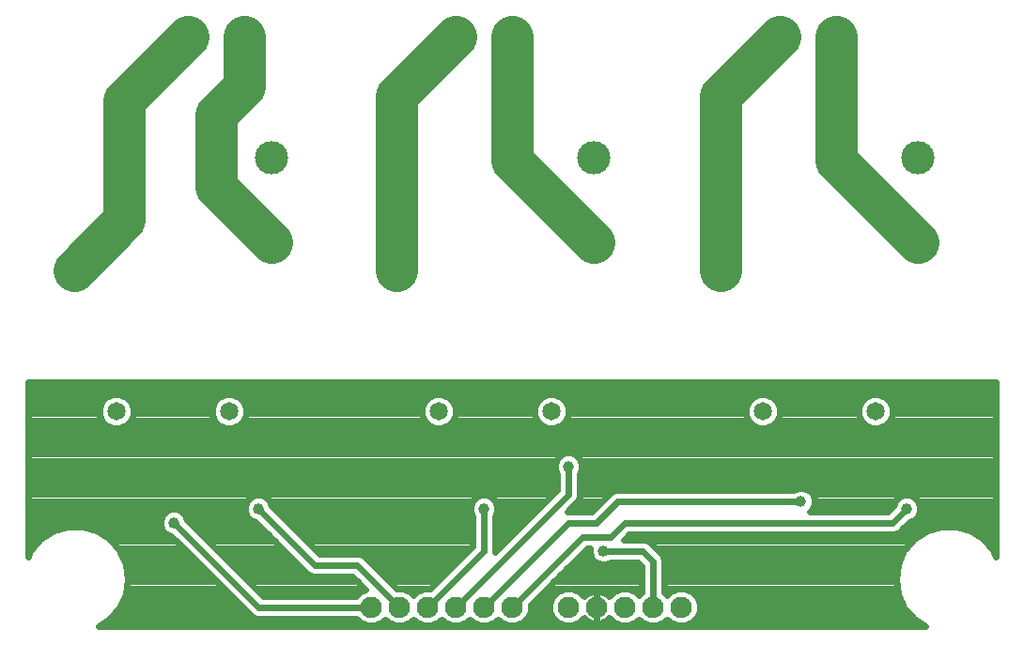
<source format=gbl>
G75*
G70*
%OFA0B0*%
%FSLAX24Y24*%
%IPPOS*%
%LPD*%
%AMOC8*
5,1,8,0,0,1.08239X$1,22.5*
%
%ADD10C,0.1181*%
%ADD11C,0.1210*%
%ADD12C,0.0650*%
%ADD13C,0.1300*%
%ADD14C,0.0760*%
%ADD15C,0.0240*%
%ADD16C,0.0397*%
%ADD17C,0.1500*%
D10*
X009682Y014682D03*
X009682Y017686D03*
X021119Y017686D03*
X021119Y014682D03*
X032619Y014682D03*
X032619Y017686D03*
D11*
X025627Y013682D03*
X014127Y013682D03*
X002690Y013682D03*
D12*
X004186Y008682D03*
X008186Y008682D03*
X015623Y008682D03*
X019623Y008682D03*
X027123Y008682D03*
X031123Y008682D03*
D13*
X029726Y021976D03*
X027726Y021976D03*
X018226Y021976D03*
X016226Y021976D03*
X008726Y021976D03*
X006726Y021976D03*
D14*
X013226Y001726D03*
X014226Y001726D03*
X015226Y001726D03*
X016226Y001726D03*
X017226Y001726D03*
X018226Y001726D03*
X020226Y001726D03*
X021226Y001726D03*
X022226Y001726D03*
X023226Y001726D03*
X024226Y001726D03*
D15*
X003957Y001305D02*
X003553Y001046D01*
X032898Y001046D01*
X032495Y001305D01*
X032495Y001305D01*
X032144Y001709D01*
X032144Y001709D01*
X031922Y002196D01*
X031922Y002196D01*
X031846Y002726D01*
X031846Y002726D01*
X031922Y003255D01*
X031922Y003255D01*
X032144Y003742D01*
X032144Y003742D01*
X032495Y004146D01*
X032495Y004146D01*
X032495Y004146D01*
X032945Y004436D01*
X032945Y004436D01*
X033458Y004586D01*
X033458Y004586D01*
X033993Y004586D01*
X033993Y004586D01*
X034507Y004436D01*
X034507Y004436D01*
X034957Y004146D01*
X034957Y004146D01*
X035307Y003742D01*
X035406Y003526D01*
X035406Y009726D01*
X001046Y009726D01*
X001046Y003526D01*
X001144Y003742D01*
X001144Y003742D01*
X001495Y004146D01*
X001495Y004146D01*
X001495Y004146D01*
X001945Y004436D01*
X001945Y004436D01*
X002458Y004586D01*
X002458Y004586D01*
X002993Y004586D01*
X002993Y004586D01*
X003507Y004436D01*
X003507Y004436D01*
X003957Y004146D01*
X003957Y004146D01*
X004307Y003742D01*
X004307Y003742D01*
X004529Y003255D01*
X004529Y003255D01*
X004606Y002726D01*
X004529Y002196D01*
X004529Y002196D01*
X004307Y001709D01*
X003957Y001305D01*
X003957Y001305D01*
X004075Y001441D02*
X008944Y001441D01*
X008999Y001387D02*
X009146Y001326D01*
X012692Y001326D01*
X012852Y001166D01*
X013094Y001066D01*
X013357Y001066D01*
X013599Y001166D01*
X013726Y001292D01*
X013852Y001166D01*
X014094Y001066D01*
X014357Y001066D01*
X014599Y001166D01*
X014726Y001292D01*
X014852Y001166D01*
X015094Y001066D01*
X015357Y001066D01*
X015599Y001166D01*
X015726Y001292D01*
X015852Y001166D01*
X016094Y001066D01*
X016357Y001066D01*
X016599Y001166D01*
X016726Y001292D01*
X016852Y001166D01*
X017094Y001066D01*
X017357Y001066D01*
X017599Y001166D01*
X017726Y001292D01*
X017852Y001166D01*
X018094Y001066D01*
X018357Y001066D01*
X018599Y001166D01*
X018785Y001352D01*
X018886Y001594D01*
X018886Y001820D01*
X020891Y003826D01*
X020999Y003826D01*
X020997Y003821D01*
X020997Y003630D01*
X021070Y003455D01*
X021205Y003320D01*
X021380Y003247D01*
X021571Y003247D01*
X021747Y003320D01*
X021752Y003326D01*
X022685Y003326D01*
X022826Y003185D01*
X022826Y002259D01*
X022726Y002159D01*
X022599Y002285D01*
X022357Y002386D01*
X022094Y002386D01*
X021852Y002285D01*
X021669Y002102D01*
X021668Y002104D01*
X021604Y002168D01*
X021530Y002222D01*
X021448Y002263D01*
X021361Y002291D01*
X021271Y002306D01*
X021226Y002306D01*
X021226Y001726D01*
X021225Y001726D01*
X021225Y002306D01*
X021180Y002306D01*
X021090Y002291D01*
X021003Y002263D01*
X020922Y002222D01*
X020848Y002168D01*
X020783Y002104D01*
X020782Y002102D01*
X020599Y002285D01*
X020357Y002386D01*
X020094Y002386D01*
X019852Y002285D01*
X019666Y002099D01*
X019566Y001857D01*
X019566Y001594D01*
X019666Y001352D01*
X019852Y001166D01*
X020094Y001066D01*
X020357Y001066D01*
X020599Y001166D01*
X020782Y001349D01*
X020783Y001348D01*
X020848Y001283D01*
X020922Y001230D01*
X021003Y001188D01*
X021090Y001160D01*
X021180Y001146D01*
X021225Y001146D01*
X021225Y001725D01*
X021226Y001725D01*
X021226Y001146D01*
X021271Y001146D01*
X021361Y001160D01*
X021448Y001188D01*
X021530Y001230D01*
X021604Y001283D01*
X021668Y001348D01*
X021669Y001349D01*
X021852Y001166D01*
X022094Y001066D01*
X022357Y001066D01*
X022599Y001166D01*
X022726Y001292D01*
X022852Y001166D01*
X023094Y001066D01*
X023357Y001066D01*
X023599Y001166D01*
X023726Y001292D01*
X023852Y001166D01*
X024094Y001066D01*
X024357Y001066D01*
X024599Y001166D01*
X024785Y001352D01*
X024886Y001594D01*
X024886Y001857D01*
X024785Y002099D01*
X024599Y002285D01*
X024357Y002386D01*
X024094Y002386D01*
X023852Y002285D01*
X023726Y002159D01*
X023626Y002259D01*
X023626Y003430D01*
X023565Y003577D01*
X023452Y003690D01*
X023077Y004065D01*
X022930Y004126D01*
X022771Y004126D01*
X022191Y004126D01*
X022391Y004326D01*
X031646Y004326D01*
X031805Y004326D01*
X031952Y004387D01*
X032313Y004747D01*
X032321Y004747D01*
X032497Y004820D01*
X032631Y004955D01*
X032704Y005130D01*
X032704Y005321D01*
X032631Y005497D01*
X032497Y005631D01*
X032321Y005704D01*
X032130Y005704D01*
X031955Y005631D01*
X031820Y005497D01*
X031747Y005321D01*
X031747Y005313D01*
X031560Y005126D01*
X028802Y005126D01*
X028881Y005205D01*
X028954Y005380D01*
X028954Y005571D01*
X028881Y005747D01*
X028747Y005881D01*
X028571Y005954D01*
X028380Y005954D01*
X028205Y005881D01*
X028199Y005876D01*
X022055Y005876D01*
X021896Y005876D01*
X021749Y005815D01*
X021060Y005126D01*
X020191Y005126D01*
X020565Y005499D01*
X020626Y005646D01*
X020626Y005805D01*
X020626Y006449D01*
X020631Y006455D01*
X020704Y006630D01*
X020704Y006821D01*
X020631Y006997D01*
X020497Y007131D01*
X020321Y007204D01*
X020130Y007204D01*
X019955Y007131D01*
X019820Y006997D01*
X019747Y006821D01*
X019747Y006630D01*
X019820Y006455D01*
X019826Y006449D01*
X019826Y005891D01*
X017626Y003691D01*
X017626Y003805D01*
X017626Y004949D01*
X017631Y004955D01*
X017704Y005130D01*
X017704Y005321D01*
X017631Y005497D01*
X017497Y005631D01*
X017321Y005704D01*
X017130Y005704D01*
X016955Y005631D01*
X016820Y005497D01*
X016747Y005321D01*
X016747Y005130D01*
X016820Y004955D01*
X016826Y004949D01*
X016826Y003891D01*
X015320Y002386D01*
X015094Y002386D01*
X014852Y002285D01*
X014726Y002159D01*
X014599Y002285D01*
X014357Y002386D01*
X014131Y002386D01*
X013065Y003452D01*
X012952Y003565D01*
X012805Y003626D01*
X011391Y003626D01*
X009704Y005313D01*
X009704Y005321D01*
X009631Y005497D01*
X009497Y005631D01*
X009321Y005704D01*
X009130Y005704D01*
X008955Y005631D01*
X008820Y005497D01*
X008747Y005321D01*
X008747Y005130D01*
X008820Y004955D01*
X008955Y004820D01*
X009130Y004747D01*
X009138Y004747D01*
X010999Y002887D01*
X011146Y002826D01*
X011305Y002826D01*
X012560Y002826D01*
X013028Y002358D01*
X012852Y002285D01*
X012692Y002126D01*
X009391Y002126D01*
X006704Y004813D01*
X006704Y004821D01*
X006631Y004997D01*
X006497Y005131D01*
X006321Y005204D01*
X006130Y005204D01*
X005955Y005131D01*
X005820Y004997D01*
X005747Y004821D01*
X005747Y004630D01*
X005820Y004455D01*
X005955Y004320D01*
X006130Y004247D01*
X006138Y004247D01*
X008887Y001499D01*
X008999Y001387D01*
X008706Y001680D02*
X004282Y001680D01*
X004403Y001918D02*
X008467Y001918D01*
X008229Y002157D02*
X004512Y002157D01*
X004558Y002395D02*
X007990Y002395D01*
X007752Y002634D02*
X004592Y002634D01*
X004585Y002873D02*
X007513Y002873D01*
X007275Y003111D02*
X004550Y003111D01*
X004486Y003350D02*
X007036Y003350D01*
X006797Y003588D02*
X004377Y003588D01*
X004234Y003827D02*
X006559Y003827D01*
X006320Y004065D02*
X004027Y004065D01*
X003712Y004304D02*
X005994Y004304D01*
X005784Y004542D02*
X003144Y004542D01*
X002308Y004542D02*
X001046Y004542D01*
X001046Y004304D02*
X001739Y004304D01*
X001424Y004065D02*
X001046Y004065D01*
X001046Y003827D02*
X001218Y003827D01*
X001074Y003588D02*
X001046Y003588D01*
X001046Y004781D02*
X005747Y004781D01*
X005843Y005019D02*
X001046Y005019D01*
X001046Y005258D02*
X008747Y005258D01*
X008793Y005019D02*
X006608Y005019D01*
X006736Y004781D02*
X009049Y004781D01*
X009343Y004542D02*
X006975Y004542D01*
X007213Y004304D02*
X009582Y004304D01*
X009820Y004065D02*
X007452Y004065D01*
X007690Y003827D02*
X010059Y003827D01*
X010297Y003588D02*
X007929Y003588D01*
X008167Y003350D02*
X010536Y003350D01*
X010775Y003111D02*
X008406Y003111D01*
X008644Y002873D02*
X011033Y002873D01*
X011226Y003226D02*
X009226Y005226D01*
X009631Y005497D02*
X016820Y005497D01*
X016747Y005258D02*
X009759Y005258D01*
X009998Y005019D02*
X016793Y005019D01*
X016826Y004781D02*
X010236Y004781D01*
X010475Y004542D02*
X016826Y004542D01*
X016826Y004304D02*
X010713Y004304D01*
X010952Y004065D02*
X016826Y004065D01*
X016761Y003827D02*
X011190Y003827D01*
X011226Y003226D02*
X012726Y003226D01*
X014226Y001726D01*
X014121Y002395D02*
X015330Y002395D01*
X015568Y002634D02*
X013883Y002634D01*
X013644Y002873D02*
X015807Y002873D01*
X016045Y003111D02*
X013406Y003111D01*
X013167Y003350D02*
X016284Y003350D01*
X016523Y003588D02*
X012896Y003588D01*
X012752Y002634D02*
X008883Y002634D01*
X009121Y002395D02*
X012990Y002395D01*
X012724Y002157D02*
X009360Y002157D01*
X009226Y001726D02*
X013226Y001726D01*
X013636Y001203D02*
X013815Y001203D01*
X012815Y001203D02*
X003798Y001203D01*
X006226Y004726D02*
X009226Y001726D01*
X008820Y005497D02*
X001046Y005497D01*
X001046Y005735D02*
X019669Y005735D01*
X019826Y005974D02*
X001046Y005974D01*
X001046Y006212D02*
X019826Y006212D01*
X019824Y006451D02*
X001046Y006451D01*
X001046Y006689D02*
X019747Y006689D01*
X019792Y006928D02*
X001046Y006928D01*
X001046Y007166D02*
X020039Y007166D01*
X020412Y007166D02*
X035406Y007166D01*
X035406Y006928D02*
X020660Y006928D01*
X020704Y006689D02*
X035406Y006689D01*
X035406Y006451D02*
X020627Y006451D01*
X020626Y006212D02*
X035406Y006212D01*
X035406Y005974D02*
X020626Y005974D01*
X020626Y005735D02*
X021669Y005735D01*
X021431Y005497D02*
X020562Y005497D01*
X020324Y005258D02*
X021192Y005258D01*
X021226Y004726D02*
X021976Y005476D01*
X028476Y005476D01*
X028954Y005497D02*
X031820Y005497D01*
X031692Y005258D02*
X028903Y005258D01*
X028886Y005735D02*
X035406Y005735D01*
X035406Y005497D02*
X032631Y005497D01*
X032704Y005258D02*
X035406Y005258D01*
X035406Y005019D02*
X032658Y005019D01*
X032402Y004781D02*
X035406Y004781D01*
X035406Y004542D02*
X034144Y004542D01*
X034712Y004304D02*
X035406Y004304D01*
X035406Y004065D02*
X035027Y004065D01*
X035234Y003827D02*
X035406Y003827D01*
X035307Y003742D02*
X035307Y003742D01*
X035377Y003588D02*
X035406Y003588D01*
X033308Y004542D02*
X032108Y004542D01*
X031726Y004726D02*
X032226Y005226D01*
X031726Y004726D02*
X022226Y004726D01*
X021726Y004226D01*
X020726Y004226D01*
X018226Y001726D01*
X018822Y001441D02*
X019629Y001441D01*
X019566Y001680D02*
X018886Y001680D01*
X018984Y001918D02*
X019591Y001918D01*
X019724Y002157D02*
X019223Y002157D01*
X019461Y002395D02*
X022826Y002395D01*
X022826Y002634D02*
X019700Y002634D01*
X019938Y002873D02*
X022826Y002873D01*
X022826Y003111D02*
X020177Y003111D01*
X020415Y003350D02*
X021175Y003350D01*
X021015Y003588D02*
X020654Y003588D01*
X021476Y003726D02*
X022851Y003726D01*
X023226Y003351D01*
X023226Y001726D01*
X023626Y002395D02*
X031893Y002395D01*
X031859Y002634D02*
X023626Y002634D01*
X023626Y002873D02*
X031867Y002873D01*
X031901Y003111D02*
X023626Y003111D01*
X023626Y003350D02*
X031965Y003350D01*
X032074Y003588D02*
X023554Y003588D01*
X023315Y003827D02*
X032218Y003827D01*
X032424Y004065D02*
X023076Y004065D01*
X022369Y004304D02*
X032739Y004304D01*
X031940Y002157D02*
X024728Y002157D01*
X024860Y001918D02*
X032049Y001918D01*
X032170Y001680D02*
X024886Y001680D01*
X024822Y001441D02*
X032376Y001441D01*
X032653Y001203D02*
X024636Y001203D01*
X023815Y001203D02*
X023636Y001203D01*
X022815Y001203D02*
X022636Y001203D01*
X021815Y001203D02*
X021477Y001203D01*
X021226Y001203D02*
X021225Y001203D01*
X021225Y001441D02*
X021226Y001441D01*
X021225Y001680D02*
X021226Y001680D01*
X021225Y001918D02*
X021226Y001918D01*
X021225Y002157D02*
X021226Y002157D01*
X021615Y002157D02*
X021724Y002157D01*
X020837Y002157D02*
X020728Y002157D01*
X020636Y001203D02*
X020974Y001203D01*
X019815Y001203D02*
X018636Y001203D01*
X017815Y001203D02*
X017636Y001203D01*
X016815Y001203D02*
X016636Y001203D01*
X015815Y001203D02*
X015636Y001203D01*
X014815Y001203D02*
X014636Y001203D01*
X015226Y001726D02*
X017226Y003726D01*
X017226Y005226D01*
X017658Y005019D02*
X018954Y005019D01*
X018715Y004781D02*
X017626Y004781D01*
X017626Y004542D02*
X018477Y004542D01*
X018238Y004304D02*
X017626Y004304D01*
X017626Y004065D02*
X018000Y004065D01*
X017761Y003827D02*
X017626Y003827D01*
X017704Y005258D02*
X019192Y005258D01*
X019431Y005497D02*
X017631Y005497D01*
X020226Y005726D02*
X016226Y001726D01*
X017226Y001726D02*
X020226Y004726D01*
X021226Y004726D01*
X020226Y005726D02*
X020226Y006726D01*
X019744Y008078D02*
X019503Y008078D01*
X019281Y008170D01*
X019111Y008340D01*
X019019Y008562D01*
X019019Y008803D01*
X019111Y009025D01*
X019281Y009195D01*
X019503Y009287D01*
X019744Y009287D01*
X019966Y009195D01*
X020136Y009025D01*
X020228Y008803D01*
X020228Y008562D01*
X020136Y008340D01*
X019966Y008170D01*
X019744Y008078D01*
X019847Y008121D02*
X026899Y008121D01*
X027003Y008078D02*
X026781Y008170D01*
X026611Y008340D01*
X026519Y008562D01*
X026519Y008803D01*
X026611Y009025D01*
X026781Y009195D01*
X027003Y009287D01*
X027244Y009287D01*
X027466Y009195D01*
X027636Y009025D01*
X027728Y008803D01*
X027728Y008562D01*
X027636Y008340D01*
X027466Y008170D01*
X027244Y008078D01*
X027003Y008078D01*
X027347Y008121D02*
X030899Y008121D01*
X031003Y008078D02*
X030781Y008170D01*
X030611Y008340D01*
X030519Y008562D01*
X030519Y008803D01*
X030611Y009025D01*
X030781Y009195D01*
X031003Y009287D01*
X031244Y009287D01*
X031466Y009195D01*
X031636Y009025D01*
X031728Y008803D01*
X031728Y008562D01*
X031636Y008340D01*
X031466Y008170D01*
X031244Y008078D01*
X031003Y008078D01*
X031347Y008121D02*
X035406Y008121D01*
X035406Y008359D02*
X031644Y008359D01*
X031728Y008598D02*
X035406Y008598D01*
X035406Y008836D02*
X031714Y008836D01*
X031586Y009075D02*
X035406Y009075D01*
X035406Y009313D02*
X001046Y009313D01*
X001046Y009075D02*
X003723Y009075D01*
X003673Y009025D02*
X003581Y008803D01*
X003581Y008562D01*
X003673Y008340D01*
X003843Y008170D01*
X004066Y008078D01*
X004306Y008078D01*
X004528Y008170D01*
X004699Y008340D01*
X004791Y008562D01*
X004791Y008803D01*
X004699Y009025D01*
X004528Y009195D01*
X004306Y009287D01*
X004066Y009287D01*
X003843Y009195D01*
X003673Y009025D01*
X003595Y008836D02*
X001046Y008836D01*
X001046Y008598D02*
X003581Y008598D01*
X003665Y008359D02*
X001046Y008359D01*
X001046Y008121D02*
X003962Y008121D01*
X004410Y008121D02*
X007962Y008121D01*
X008066Y008078D02*
X007843Y008170D01*
X007673Y008340D01*
X007581Y008562D01*
X007581Y008803D01*
X007673Y009025D01*
X007843Y009195D01*
X008066Y009287D01*
X008306Y009287D01*
X008528Y009195D01*
X008699Y009025D01*
X008791Y008803D01*
X008791Y008562D01*
X008699Y008340D01*
X008528Y008170D01*
X008306Y008078D01*
X008066Y008078D01*
X008410Y008121D02*
X015399Y008121D01*
X015503Y008078D02*
X015744Y008078D01*
X015966Y008170D01*
X016136Y008340D01*
X016228Y008562D01*
X016228Y008803D01*
X016136Y009025D01*
X015966Y009195D01*
X015744Y009287D01*
X015503Y009287D01*
X015281Y009195D01*
X015111Y009025D01*
X015019Y008803D01*
X015019Y008562D01*
X015111Y008340D01*
X015281Y008170D01*
X015503Y008078D01*
X015847Y008121D02*
X019399Y008121D01*
X019103Y008359D02*
X016144Y008359D01*
X016228Y008598D02*
X019019Y008598D01*
X019032Y008836D02*
X016214Y008836D01*
X016086Y009075D02*
X019160Y009075D01*
X020086Y009075D02*
X026660Y009075D01*
X026532Y008836D02*
X020214Y008836D01*
X020228Y008598D02*
X026519Y008598D01*
X026603Y008359D02*
X020144Y008359D01*
X015160Y009075D02*
X008649Y009075D01*
X008777Y008836D02*
X015032Y008836D01*
X015019Y008598D02*
X008791Y008598D01*
X008706Y008359D02*
X015103Y008359D01*
X007723Y009075D02*
X004649Y009075D01*
X004777Y008836D02*
X007595Y008836D01*
X007581Y008598D02*
X004791Y008598D01*
X004706Y008359D02*
X007665Y008359D01*
X001046Y007882D02*
X035406Y007882D01*
X035406Y007643D02*
X001046Y007643D01*
X001046Y007405D02*
X035406Y007405D01*
X035406Y009552D02*
X001046Y009552D01*
X027586Y009075D02*
X030660Y009075D01*
X030532Y008836D02*
X027714Y008836D01*
X027728Y008598D02*
X030519Y008598D01*
X030603Y008359D02*
X027644Y008359D01*
D16*
X028476Y005476D03*
X032226Y005226D03*
X021476Y003726D03*
X017226Y005226D03*
X020226Y006726D03*
X009226Y005226D03*
X006226Y004726D03*
D17*
X002690Y013682D02*
X004476Y015468D01*
X004476Y019726D01*
X006726Y021976D01*
X008726Y021976D02*
X008726Y020226D01*
X007726Y019226D01*
X007726Y016639D01*
X009682Y014682D01*
X014127Y013682D02*
X014127Y019877D01*
X016226Y021976D01*
X018226Y021976D02*
X018226Y017576D01*
X021119Y014682D01*
X025627Y013682D02*
X025627Y019877D01*
X027726Y021976D01*
X029726Y021976D02*
X029726Y017576D01*
X032619Y014682D01*
M02*

</source>
